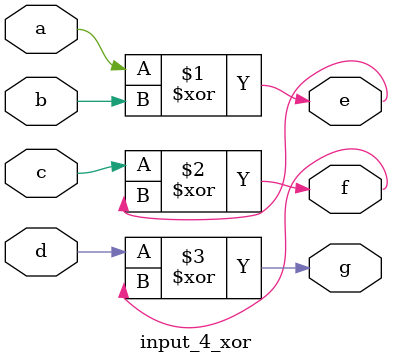
<source format=v>
module input_4_xor(
    input a,
    input b,
    input c,
    input d,

    output e,
    output f,
    output g
);

assign e = a ^ b;
assign f = c ^ e;
assign g = d ^ f;

endmodule
</source>
